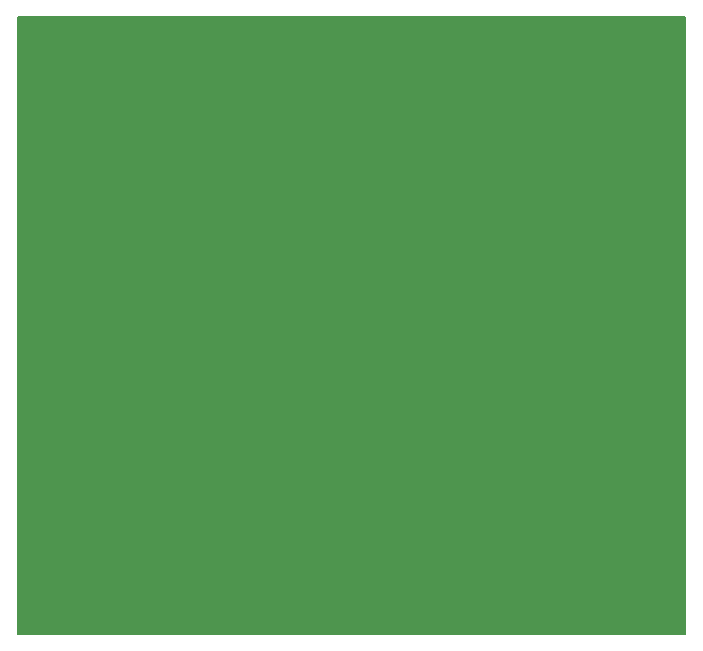
<source format=gbr>
%TF.GenerationSoftware,KiCad,Pcbnew,9.0.0*%
%TF.CreationDate,2025-10-14T16:03:39+02:00*%
%TF.ProjectId,1x1antenna,31783161-6e74-4656-9e6e-612e6b696361,rev?*%
%TF.SameCoordinates,Original*%
%TF.FileFunction,Copper,L2,Bot*%
%TF.FilePolarity,Positive*%
%FSLAX46Y46*%
G04 Gerber Fmt 4.6, Leading zero omitted, Abs format (unit mm)*
G04 Created by KiCad (PCBNEW 9.0.0) date 2025-10-14 16:03:39*
%MOMM*%
%LPD*%
G01*
G04 APERTURE LIST*
%TA.AperFunction,NonConductor*%
%ADD10C,0.200000*%
%TD*%
%TA.AperFunction,ViaPad*%
%ADD11C,1.300000*%
%TD*%
G04 APERTURE END LIST*
D10*
X130150000Y-95800000D02*
X73650000Y-95800000D01*
X73650000Y-43500000D01*
X130150000Y-43500000D01*
X130150000Y-95800000D01*
%TA.AperFunction,NonConductor*%
G36*
X130150000Y-95800000D02*
G01*
X73650000Y-95800000D01*
X73650000Y-43500000D01*
X130150000Y-43500000D01*
X130150000Y-95800000D01*
G37*
%TD.AperFunction*%
X73650000Y-43500000D02*
X130150000Y-43500000D01*
X130150000Y-95800000D01*
X73650000Y-95800000D01*
X73650000Y-43500000D01*
D11*
%TO.N,*%
X101900000Y-94000000D03*
%TD*%
M02*

</source>
